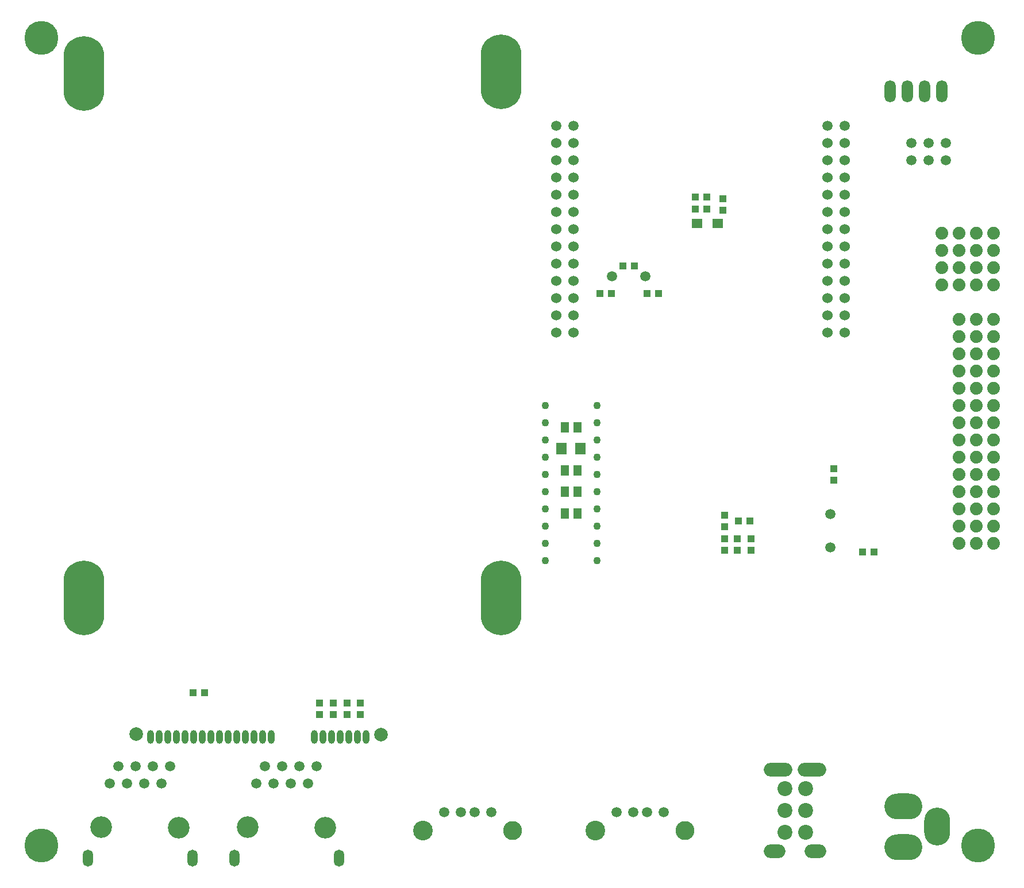
<source format=gbp>
G04 (created by PCBNEW (2013-03-19 BZR 4004)-stable) date 2015/1/22 14:09:10*
%MOIN*%
G04 Gerber Fmt 3.4, Leading zero omitted, Abs format*
%FSLAX34Y34*%
G01*
G70*
G90*
G04 APERTURE LIST*
%ADD10C,0*%
%ADD11R,0.0629X0.0708*%
%ADD12R,0.0511X0.059*%
%ADD13O,0.15X0.22*%
%ADD14O,0.22X0.15*%
%ADD15C,0.19685*%
%ADD16C,0.06*%
%ADD17C,0.0593*%
%ADD18C,0.0433071*%
%ADD19R,0.0433X0.0393*%
%ADD20R,0.0393X0.0433*%
%ADD21C,0.0591*%
%ADD22R,0.0629X0.0551*%
%ADD23C,0.074*%
%ADD24C,0.114173*%
%ADD25C,0.110236*%
%ADD26O,0.0645X0.129*%
%ADD27O,0.23622X0.433071*%
%ADD28C,0.0866142*%
%ADD29O,0.125984X0.0787402*%
%ADD30O,0.165354X0.0787402*%
%ADD31C,0.125984*%
%ADD32O,0.0590551X0.0984252*%
%ADD33O,0.0393701X0.0787402*%
%ADD34C,0.0787402*%
G04 APERTURE END LIST*
G54D10*
G54D11*
X56949Y-53750D03*
X58051Y-53750D03*
G54D12*
X57874Y-55000D03*
X57126Y-55000D03*
G54D13*
X78750Y-75680D03*
G54D14*
X76780Y-74500D03*
X76780Y-76860D03*
G54D15*
X81102Y-76771D03*
X26771Y-76771D03*
X81102Y-29921D03*
G54D16*
X57631Y-47001D03*
X56631Y-47001D03*
X57631Y-46001D03*
X56631Y-46001D03*
X57631Y-45001D03*
X56631Y-45001D03*
X57631Y-44001D03*
X56631Y-44001D03*
X57631Y-43001D03*
X56631Y-43001D03*
X57631Y-42001D03*
X56631Y-42001D03*
X57631Y-41001D03*
X56631Y-41001D03*
X57631Y-40001D03*
X56631Y-40001D03*
X57631Y-39001D03*
X56631Y-39001D03*
X57631Y-38001D03*
X56631Y-38001D03*
X57631Y-37001D03*
X56631Y-37001D03*
X57631Y-36001D03*
X56631Y-36001D03*
G54D17*
X57631Y-35001D03*
X56631Y-35001D03*
G54D16*
X73379Y-47001D03*
X72379Y-47001D03*
X73379Y-46001D03*
X72379Y-46001D03*
X73379Y-45001D03*
X72379Y-45001D03*
X73379Y-44001D03*
X72379Y-44001D03*
X73379Y-43001D03*
X72379Y-43001D03*
X73379Y-42001D03*
X72379Y-42001D03*
X73379Y-41001D03*
X72379Y-41001D03*
X73379Y-40001D03*
X72379Y-40001D03*
X73379Y-39001D03*
X72379Y-39001D03*
X73379Y-38001D03*
X72379Y-38001D03*
X73379Y-37001D03*
X72379Y-37001D03*
X73379Y-36001D03*
X72379Y-36001D03*
G54D17*
X73379Y-35001D03*
X72379Y-35001D03*
G54D18*
X59000Y-60250D03*
X59000Y-59250D03*
X59000Y-58250D03*
X59000Y-57250D03*
X59000Y-56250D03*
X59000Y-55250D03*
X59000Y-54250D03*
X59000Y-53250D03*
X59000Y-52250D03*
X59000Y-51250D03*
X56000Y-51250D03*
X56000Y-52250D03*
X56000Y-53250D03*
X56000Y-54250D03*
X56000Y-55250D03*
X56000Y-56250D03*
X56000Y-57250D03*
X56000Y-58250D03*
X56000Y-59250D03*
X56000Y-60250D03*
G54D12*
X57126Y-57500D03*
X57874Y-57500D03*
X57126Y-56250D03*
X57874Y-56250D03*
X57126Y-52500D03*
X57874Y-52500D03*
G54D19*
X66302Y-39245D03*
X66302Y-39913D03*
G54D20*
X61184Y-43150D03*
X60516Y-43150D03*
G54D21*
X59887Y-43726D03*
X61809Y-43726D03*
G54D22*
X64812Y-40679D03*
X65992Y-40679D03*
G54D20*
X45280Y-68511D03*
X45280Y-69179D03*
X44492Y-68511D03*
X44492Y-69179D03*
X43705Y-68511D03*
X43705Y-69179D03*
X42918Y-68511D03*
X42918Y-69179D03*
G54D19*
X36234Y-67900D03*
X35566Y-67900D03*
X64718Y-39129D03*
X65386Y-39129D03*
X64718Y-39829D03*
X65386Y-39829D03*
X61916Y-44750D03*
X62584Y-44750D03*
G54D20*
X72750Y-55584D03*
X72750Y-54916D03*
G54D19*
X67881Y-57954D03*
X67213Y-57954D03*
G54D20*
X66397Y-58288D03*
X66397Y-57620D03*
X67147Y-59638D03*
X67147Y-58970D03*
X67947Y-58970D03*
X67947Y-59638D03*
X66397Y-58970D03*
X66397Y-59638D03*
G54D19*
X74416Y-59750D03*
X75084Y-59750D03*
X59834Y-44750D03*
X59166Y-44750D03*
G54D23*
X82000Y-50250D03*
X81000Y-50250D03*
X80000Y-50250D03*
X82000Y-49250D03*
X81000Y-49250D03*
X80000Y-49250D03*
X82000Y-54250D03*
X81000Y-54250D03*
X80000Y-54250D03*
X82000Y-51250D03*
X81000Y-51250D03*
X80000Y-51250D03*
X82000Y-48250D03*
X81000Y-48250D03*
X80000Y-48250D03*
X82000Y-52250D03*
X81000Y-52250D03*
X80000Y-52250D03*
X82000Y-53250D03*
X81000Y-53250D03*
X80000Y-53250D03*
X82000Y-55250D03*
X81000Y-55250D03*
X80000Y-55250D03*
X82000Y-59250D03*
X81000Y-59250D03*
X80000Y-59250D03*
X82000Y-46250D03*
X81000Y-46250D03*
X80000Y-46250D03*
X82000Y-47250D03*
X81000Y-47250D03*
X80000Y-47250D03*
G54D17*
X61106Y-74856D03*
X61893Y-74856D03*
X62877Y-74856D03*
X60122Y-74856D03*
G54D24*
X58901Y-75919D03*
G54D25*
X64098Y-75919D03*
G54D17*
X51106Y-74856D03*
X51893Y-74856D03*
X52877Y-74856D03*
X50122Y-74856D03*
G54D24*
X48901Y-75919D03*
G54D25*
X54098Y-75919D03*
G54D26*
X76000Y-33000D03*
X77000Y-33000D03*
X78000Y-33000D03*
X79000Y-33000D03*
G54D15*
X26771Y-29921D03*
G54D27*
X53444Y-31889D03*
X29232Y-31988D03*
X53444Y-62401D03*
X29232Y-62401D03*
G54D23*
X82000Y-42250D03*
X81000Y-42250D03*
X80000Y-42250D03*
X79000Y-42250D03*
X82000Y-41250D03*
X81000Y-41250D03*
X80000Y-41250D03*
X79000Y-41250D03*
X82000Y-43250D03*
X81000Y-43250D03*
X80000Y-43250D03*
X79000Y-43250D03*
X79000Y-44250D03*
X80000Y-44250D03*
X81000Y-44250D03*
X82000Y-44250D03*
X82000Y-58250D03*
X81000Y-58250D03*
X80000Y-58250D03*
X82000Y-57250D03*
X81000Y-57250D03*
X80000Y-57250D03*
X82000Y-56250D03*
X81000Y-56250D03*
X80000Y-56250D03*
G54D28*
X71090Y-76009D03*
X69909Y-76009D03*
X71090Y-74750D03*
X69909Y-74750D03*
X71090Y-73490D03*
X69909Y-73490D03*
G54D29*
X69318Y-77112D03*
X71681Y-77112D03*
G54D30*
X71484Y-72387D03*
X69515Y-72387D03*
G54D17*
X77250Y-37000D03*
X77250Y-36000D03*
X78250Y-37000D03*
X78250Y-36000D03*
X79250Y-37000D03*
X79250Y-36000D03*
G54D21*
X72550Y-57539D03*
X72550Y-59461D03*
G54D17*
X40750Y-72181D03*
X41250Y-73181D03*
X42250Y-73181D03*
X42750Y-72181D03*
X41750Y-72181D03*
X39250Y-73181D03*
X39750Y-72181D03*
X40250Y-73181D03*
G54D31*
X38755Y-75710D03*
X43244Y-75750D03*
G54D32*
X44031Y-77521D03*
X37968Y-77521D03*
G54D17*
X32250Y-72181D03*
X32750Y-73181D03*
X33750Y-73181D03*
X34250Y-72181D03*
X33250Y-72181D03*
X30750Y-73181D03*
X31250Y-72181D03*
X31750Y-73181D03*
G54D31*
X30255Y-75710D03*
X34744Y-75750D03*
G54D32*
X35531Y-77521D03*
X29468Y-77521D03*
G54D33*
X45620Y-70472D03*
X45120Y-70472D03*
X44620Y-70472D03*
X44120Y-70472D03*
X43620Y-70472D03*
X43120Y-70472D03*
X42620Y-70472D03*
X40120Y-70472D03*
X39620Y-70472D03*
X39120Y-70472D03*
X38620Y-70472D03*
X38120Y-70472D03*
X37620Y-70472D03*
X37120Y-70472D03*
X36620Y-70472D03*
X36120Y-70472D03*
X35620Y-70472D03*
X35120Y-70472D03*
X34620Y-70472D03*
X34120Y-70472D03*
X33620Y-70472D03*
X33120Y-70472D03*
G54D34*
X32283Y-70314D03*
X46456Y-70354D03*
M02*

</source>
